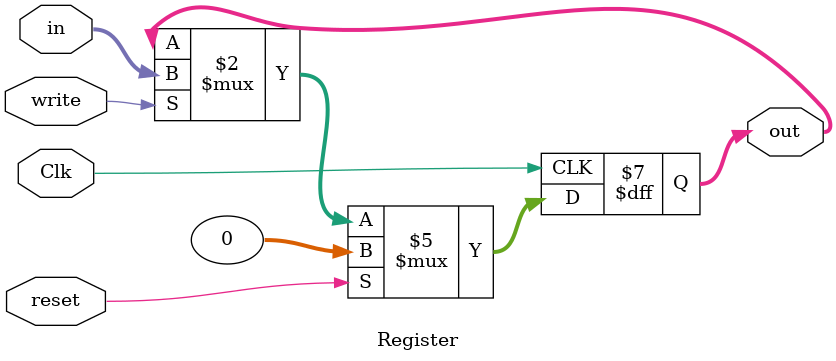
<source format=v>
`timescale 1ns / 1ps


module Register#(parameter MSB = 31)(
    input Clk,
    input reset,
    input write,
    input [MSB:0] in,
    output reg [MSB:0] out
    );

    always @(posedge Clk) begin
        if (reset) out <= 0;
        else if (write) out <= in;
    end

endmodule

</source>
